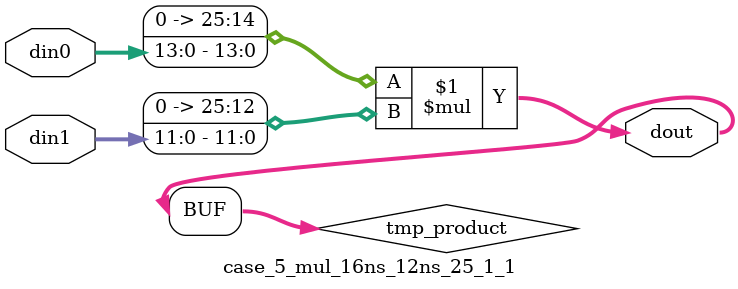
<source format=v>

`timescale 1 ns / 1 ps

 (* use_dsp = "no" *)  module case_5_mul_16ns_12ns_25_1_1(din0, din1, dout);
parameter ID = 1;
parameter NUM_STAGE = 0;
parameter din0_WIDTH = 14;
parameter din1_WIDTH = 12;
parameter dout_WIDTH = 26;

input [din0_WIDTH - 1 : 0] din0; 
input [din1_WIDTH - 1 : 0] din1; 
output [dout_WIDTH - 1 : 0] dout;

wire signed [dout_WIDTH - 1 : 0] tmp_product;
























assign tmp_product = $signed({1'b0, din0}) * $signed({1'b0, din1});











assign dout = tmp_product;





















endmodule

</source>
